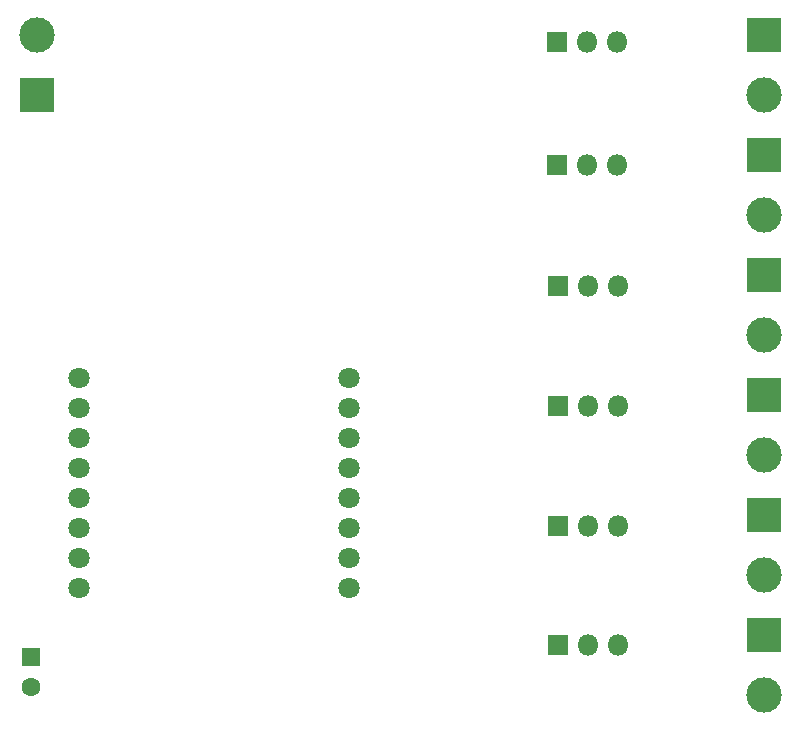
<source format=gbr>
%TF.GenerationSoftware,KiCad,Pcbnew,(5.1.7)-1*%
%TF.CreationDate,2020-12-01T10:33:42+01:00*%
%TF.ProjectId,HeatController,48656174-436f-46e7-9472-6f6c6c65722e,rev?*%
%TF.SameCoordinates,Original*%
%TF.FileFunction,Soldermask,Bot*%
%TF.FilePolarity,Negative*%
%FSLAX46Y46*%
G04 Gerber Fmt 4.6, Leading zero omitted, Abs format (unit mm)*
G04 Created by KiCad (PCBNEW (5.1.7)-1) date 2020-12-01 10:33:42*
%MOMM*%
%LPD*%
G01*
G04 APERTURE LIST*
%ADD10R,3.000000X3.000000*%
%ADD11C,3.000000*%
%ADD12C,1.800000*%
%ADD13R,1.800000X1.800000*%
%ADD14O,1.800000X1.800000*%
%ADD15R,1.600000X1.600000*%
%ADD16C,1.600000*%
G04 APERTURE END LIST*
D10*
%TO.C,JP1*%
X157480000Y-61087000D03*
D11*
X157480000Y-56007000D03*
%TD*%
D10*
%TO.C,J6*%
X219075000Y-106807000D03*
D11*
X219075000Y-111887000D03*
%TD*%
D10*
%TO.C,J5*%
X219075000Y-96647000D03*
D11*
X219075000Y-101727000D03*
%TD*%
D10*
%TO.C,J4*%
X219075000Y-86487000D03*
D11*
X219075000Y-91567000D03*
%TD*%
D10*
%TO.C,J3*%
X219075000Y-76327000D03*
D11*
X219075000Y-81407000D03*
%TD*%
D10*
%TO.C,J2*%
X219075000Y-66167000D03*
D11*
X219075000Y-71247000D03*
%TD*%
D10*
%TO.C,J1*%
X219075000Y-56007000D03*
D11*
X219075000Y-61087000D03*
%TD*%
D12*
%TO.C,U1*%
X183896000Y-85090000D03*
X161036000Y-85090000D03*
X183896000Y-87630000D03*
X161036000Y-87630000D03*
X183896000Y-90170000D03*
X161036000Y-90170000D03*
X183896000Y-92710000D03*
X161036000Y-92710000D03*
X183896000Y-95250000D03*
X161036000Y-95250000D03*
X183896000Y-97790000D03*
X161036000Y-97790000D03*
X183896000Y-100330000D03*
X161036000Y-100330000D03*
X183896000Y-102870000D03*
X161036000Y-102870000D03*
%TD*%
D13*
%TO.C,Q5*%
X201573000Y-97574500D03*
D14*
X204113000Y-97574500D03*
X206653000Y-97574500D03*
%TD*%
D13*
%TO.C,Q6*%
X201573000Y-107671000D03*
D14*
X204113000Y-107671000D03*
X206653000Y-107671000D03*
%TD*%
D13*
%TO.C,Q3*%
X201573000Y-77254500D03*
D14*
X204113000Y-77254500D03*
X206653000Y-77254500D03*
%TD*%
D13*
%TO.C,Q4*%
X201573000Y-87414500D03*
D14*
X204113000Y-87414500D03*
X206653000Y-87414500D03*
%TD*%
D13*
%TO.C,Q2*%
X201549000Y-67056000D03*
D14*
X204089000Y-67056000D03*
X206629000Y-67056000D03*
%TD*%
D15*
%TO.C,C1*%
X156972000Y-108712000D03*
D16*
X156972000Y-111212000D03*
%TD*%
D13*
%TO.C,Q1*%
X201549000Y-56642000D03*
D14*
X204089000Y-56642000D03*
X206629000Y-56642000D03*
%TD*%
M02*

</source>
